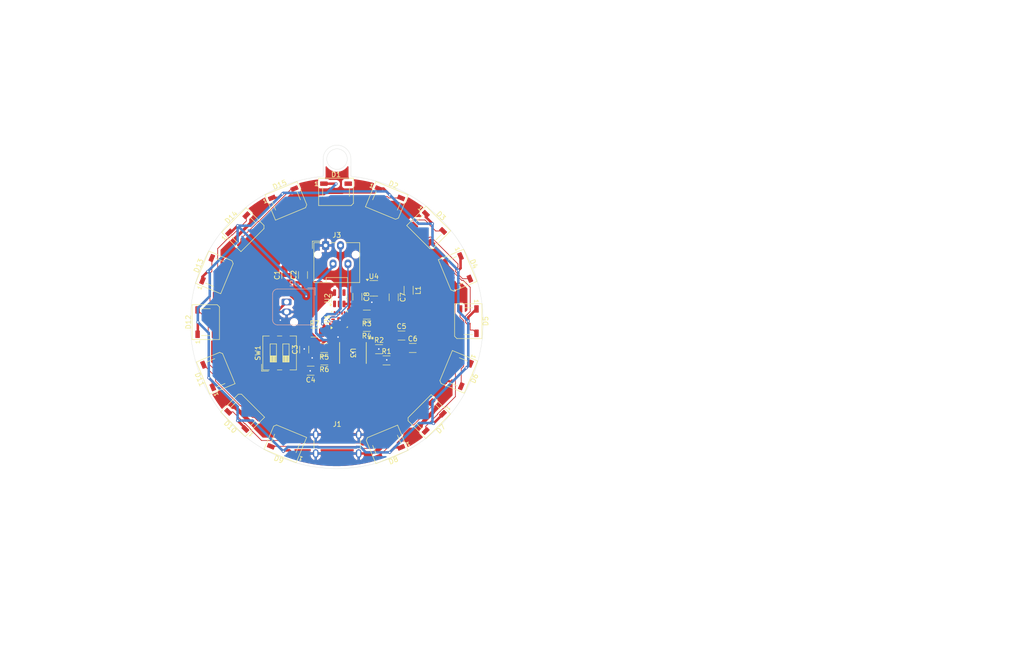
<source format=kicad_pcb>
(kicad_pcb (version 20241129) (generator "pcbnew") (generator_version "8.99")
  (layers (0 "F.Cu" signal) (2 "B.Cu" signal) (13 "F.Paste" user) (15 "B.Paste" user) (5 "F.SilkS" user "F.Silkscreen") (7 "B.SilkS" user "B.Silkscreen") (1 "F.Mask" user) (3 "B.Mask" user) (25 "Edge.Cuts" user))
  (net 0 "")
  (net 1 "PPBUS_GND_BAT")
  (net 2 "Net-(D1-DOUT)")
  (net 3 "/NP_CTL")
  (net 4 "+5V")
  (net 5 "Net-(D2-DOUT)")
  (net 6 "Net-(D3-DOUT)")
  (net 7 "Net-(D4-DOUT)")
  (net 8 "Net-(D5-DOUT)")
  (net 9 "Net-(D6-DOUT)")
  (net 10 "Net-(D7-DOUT)")
  (net 11 "Net-(D8-DOUT)")
  (net 12 "Net-(D10-DIN)")
  (net 13 "Net-(J1-CC1)")
  (net 14 "PPBUS_5V_USB")
  (net 15 "Net-(J1-CC2)")
  (net 22 "/NP_3v3_CTL")
  (net 26 "+3V3")
  (net 32 "PMIC_CHG")
  (net 33 "PPBUS_5V_BAT")
  (net 34 "Net-(U3-IMIN)")
  (net 35 "Net-(U3-IREF)")
  (net 37 "PMIC_PPR")
  (net 38 "MCU_CFG")
  (net 39 "/SWIM")
  (net 40 "/RST")
  (net 41 "/USART2")
  (net 42 "/USART1")
  (net 43 "Net-(D11-DOUT)")
  (net 44 "Net-(D12-DOUT)")
  (net 45 "Net-(D13-DOUT)")
  (net 47 "Net-(D10-DOUT)")
  (net 48 "Net-(D14-DOUT)")
  (net 49 "Net-(U4-SW)")
  (footprint "Resistor_SMD:R_1206_3216Metric" (layer "F.Cu") (at 89.25 90.5 180)
    (property "Reference" "R6")
    (property "Value" "R_Small")
  )
  (footprint "Capacitor_SMD:C_1206_3216Metric" (layer "F.Cu") (at 86.498217 92.567179 180)
    (property "Reference" "C4")
    (property "Value" "1uF")
  )
  (footprint "Button_Switch_SMD:SW_DIP_SPSTx02_Slide_6.7x6.64mm_W6.73mm_P2.54mm_LowProfile_JPin" (layer "F.Cu") (at 80.25 89 90)
    (property "Reference" "SW1")
    (property "Value" "SW_DIP_x02")
  )
  (footprint "LED_SMD:LED_WS2812B_PLCC4_5.0x5.0mm_P3.2mm" (layer "F.Cu") (at 116.2 92.8 -112.5)
    (property "Reference" "D6")
    (property "Value" "WS2812B")
  )
  (footprint "LED_SMD:LED_WS2812B_PLCC4_5.0x5.0mm_P3.2mm" (layer "F.Cu") (at 81.6 58.4 22.5)
    (property "Reference" "D15")
    (property "Value" "WS2812B")
  )
  (footprint "Capacitor_SMD:C_1206_3216Metric" (layer "F.Cu") (at 95.892422 77.694783 -90)
    (property "Reference" "C8")
    (property "Value" "4.7uF")
  )
  (footprint "Package_DFN_QFN:ST_UFQFPN-20_3x3mm_P0.5mm" (layer "F.Cu") (at 92.3 82.25 90)
    (property "Reference" "U1")
    (property "Value" "STM8L101F2U")
  )
  (footprint "Capacitor_SMD:C_1206_3216Metric" (layer "F.Cu") (at 84.950001 73.325001 90)
    (property "Reference" "C2")
    (property "Value" "0.1uF")
  )
  (footprint "Capacitor_SMD:C_1206_3216Metric" (layer "F.Cu") (at 81.6 73.325 90)
    (property "Reference" "C1")
    (property "Value" "1uF")
  )
  (footprint "Resistor_SMD:R_1206_3216Metric" (layer "F.Cu") (at 97.7875 83.75 180)
    (property "Reference" "R4")
    (property "Value" "R_Small")
  )
  (footprint "LED_SMD:LED_WS2812B_PLCC4_5.0x5.0mm_P3.2mm" (layer "F.Cu") (at 73 64.2 45)
    (property "Reference" "D14")
    (property "Value" "WS2812B")
  )
  (footprint "Resistor_SMD:R_1206_3216Metric" (layer "F.Cu") (at 100.25 88.25)
    (property "Reference" "R2")
    (property "Value" "5.1k")
  )
  (footprint "LED_SMD:LED_WS2812B_PLCC4_5.0x5.0mm_P3.2mm" (layer "F.Cu") (at 72.8 101.4 135)
    (property "Reference" "D10")
    (property "Value" "WS2812B")
  )
  (footprint "LED_SMD:LED_WS2812B_PLCC4_5.0x5.0mm_P3.2mm" (layer "F.Cu") (at 81.4 107.2 157.5)
    (property "Reference" "D9")
    (property "Value" "WS2812B")
  )
  (footprint "LED_SMD:LED_WS2812B_PLCC4_5.0x5.0mm_P3.2mm" (layer "F.Cu") (at 65.4 82.8 90)
    (property "Reference" "D12")
    (property "Value" "WS2812B")
  )
  (footprint "Capacitor_SMD:C_1206_3216Metric" (layer "F.Cu") (at 85.2 88.325 90)
    (property "Reference" "C3")
    (property "Value" "0.1uF")
  )
  (footprint "Inductor_SMD:L_1206_3216Metric" (layer "F.Cu") (at 106.2 76.4 -90)
    (property "Reference" "L1")
    (property "Value" "L_Small")
  )
  (footprint "LED_SMD:LED_WS2812B_PLCC4_5.0x5.0mm_P3.2mm" (layer "F.Cu") (at 110.2 101.8 -135)
    (property "Reference" "D7")
    (property "Value" "WS2812B")
  )
  (footprint "Capacitor_SMD:C_1206_3216Metric" (layer "F.Cu") (at 104.775 85.5)
    (property "Reference" "C5")
    (property "Value" "1uF")
  )
  (footprint "Resistor_SMD:R_1206_3216Metric" (layer "F.Cu") (at 89.2125 88 180)
    (property "Reference" "R5")
    (property "Value" "R_Small")
  )
  (footprint "LED_SMD:LED_WS2812B_PLCC4_5.0x5.0mm_P3.2mm" (layer "F.Cu") (at 110.234315 63.900862 -45)
    (property "Reference" "D3")
    (property "Value" "WS2812B")
  )
  (footprint "LED_SMD:LED_WS2812B_PLCC4_5.0x5.0mm_P3.2mm" (layer "F.Cu") (at 118.2 82.6 -90)
    (property "Reference" "D5")
    (property "Value" "WS2812B")
  )
  (footprint "Connector_JST:JST_ZE_S04B-ZESK-2D_1x04_P1.50mm_Horizontal" (layer "F.Cu") (at 89.5 67.375894)
    (property "Value" "J3")
    (property "Reference" "J3")
  )
  (footprint "Package_TO_SOT_SMD:SOT-23-5" (layer "F.Cu") (at 99.2 76)
    (property "Reference" "U4")
    (property "Value" "TPS62203DBVR")
  )
  (footprint "footprints:ESOP-8_TPK" (layer "F.Cu") (at 95 89 -90)
    (property "Reference" "U3")
    (property "Value" "TPB4056A20-ES1R")
  )
  (footprint "LED_SMD:LED_WS2812B_PLCC4_5.0x5.0mm_P3.2mm" (layer "F.Cu") (at 67.4 93 112.5)
    (property "Reference" "D11")
    (property "Value" "WS2812B")
  )
  (footprint "Capacitor_SMD:C_1206_3216Metric" (layer "F.Cu") (at 103.2 77.8 -90)
    (property "Reference" "C7")
    (property "Value" "10uF")
  )
  (footprint "Resistor_SMD:R_1206_3216Metric" (layer "F.Cu") (at 87.276663 84.89889)
    (property "Reference" "R7")
    (property "Value" "R_Small")
  )
  (footprint "LED_SMD:LED_WS2812B_PLCC4_5.0x5.0mm_P3.2mm" (layer "F.Cu") (at 67.2 72.8 67.5)
    (property "Reference" "D13")
    (property "Value" "WS2812B")
  )
  (footprint "LED_SMD:LED_WS2812B_PLCC4_5.0x5.0mm_P3.2mm" (layer "F.Cu") (at 116.061976 72.432077 -67.5)
    (property "Reference" "D4")
    (property "Value" "WS2812B")
  )
  (footprint "Resistor_SMD:R_1206_3216Metric" (layer "F.Cu") (at 101.75 90.5)
    (property "Reference" "R1")
    (property "Value" "5.1k")
  )
  (footprint "LED_SMD:LED_WS2812B_PLCC4_5.0x5.0mm_P3.2mm" (layer "F.Cu") (at 91.6 56.6)
    (property "Reference" "D1")
    (property "Value" "WS2812B")
  )
  (footprint "LED_SMD:LED_WS2812B_PLCC4_5.0x5.0mm_P3.2mm" (layer "F.Cu") (at 101.8 58.4 -22.5)
    (property "Reference" "D2")
    (property "Value" "WS2812B")
  )
  (footprint "Capacitor_SMD:C_1206_3216Metric" (layer "F.Cu") (at 107.025 88)
    (property "Reference" "C6")
    (property "Value" "0.1uF")
  )
  (footprint "Resistor_SMD:R_1206_3216Metric" (layer "F.Cu") (at 97.7875 81.29 180)
    (property "Reference" "R3")
    (property "Value" "R_Small")
  )
  (footprint "Package_TO_SOT_SMD:SOT-23-5" (layer "F.Cu") (at 92.25 78 90)
    (property "Reference" "U2")
    (property "Value" "SN74LV1T34DBV")
  )
  (footprint "Connector_USB:USB_C_Receptacle_GCT_USB4125-xx-x-0190_6P_TopMnt_Horizontal" (layer "F.Cu") (at 91.830013 108.427967)
    (property "Reference" "J1")
    (property "Value" "USB_C_Receptacle_PowerOnly_6P")
  )
  (footprint "LED_SMD:LED_WS2812B_PLCC4_5.0x5.0mm_P3.2mm" (layer "F.Cu") (at 101.8 107.4 -157.5)
    (property "Reference" "D8")
    (property "Value" "WS2812B")
  )
  (footprint "Connector_JST:JST_JWPF_B02B-JWPF-SK-R_1x02_P2.00mm_Vertical" (layer "B.Cu") (at 81.65 78.75 180)
    (property "Reference" "J2")
    (property "Value" "Conn_01x02_Socket")
  )
  (gr_arc (start 89 50) (mid 91.8 47.2) (end 94.6 50) (stroke (width 0.05)) (layer "Edge.Cuts"))
  (gr_line (start 94.612135 53.476212) (end 94.6 50) (stroke (width 0.05)) (layer "Edge.Cuts"))
  (gr_line (start 89 50) (end 88.999997 53.462698) (stroke (width 0.05)) (layer "Edge.Cuts"))
  (gr_circle (center 91.8 50) (end 92.8 51.8) (stroke (width 0.05)) (fill no) (layer "Edge.Cuts"))
  (gr_arc (start 94.612144 53.476212) (mid 91.664496 112.264469) (end 89 53.462698) (stroke (width 0.05)) (layer "Edge.Cuts"))
  (segment (start 87.7875 90.5) (end 87.3 90.5) (width 0.508) (layer "F.Cu") (net 1))
  (segment (start 85.023217 92.567179) (end 86.367179 92.567179) (width 0.508) (layer "F.Cu") (net 1))
  (segment (start 93.095 90.905) (end 95 89) (width 0.508) (layer "F.Cu") (net 1))
  (segment (start 86.367179 92.567179) (end 86.4 92.6) (width 0.508) (layer "F.Cu") (net 1))
  (segment (start 93.095 91.72415) (end 93.095 90.905) (width 0.508) (layer "F.Cu") (net 1))
  (segment (start 85.578948 88.2) (end 85.2 88.2) (width 0.508) (layer "F.Cu") (net 1))
  (segment (start 87.3 90.5) (end 86.8 90) (width 0.508) (layer "F.Cu") (net 1))
  (segment (start 86.8 90) (end 86.8 89.6) (width 0.508) (layer "F.Cu") (net 1))
  (segment (start 92.8 82.8) (end 92.4 82.4) (width 0.1524) (layer "F.Cu") (net 1))
  (segment (start 86.555 89.176052) (end 85.578948 88.2) (width 0.508) (layer "F.Cu") (net 1))
  (segment (start 92.8 83.55) (end 92.8 82.8) (width 0.1524) (layer "F.Cu") (net 1))
  (segment (start 85.2 86.85) (end 85.2 88.2) (width 0.508) (layer "F.Cu") (net 1))
  (segment (start 86.555 89.355) (end 86.555 89.176052) (width 0.508) (layer "F.Cu") (net 1))
  (segment (start 86.8 89.6) (end 86.555 89.355) (width 0.508) (layer "F.Cu") (net 1))
  (via (at 95 89) (size 0.6) (drill 0.3) (layers "F.Cu" "B.Cu") (net 1))
  (via (at 95 89) (size 0.6) (drill 0.3) (layers "F.Cu" "B.Cu") (net 1))
  (via (at 101.8 90.4) (size 0.6) (drill 0.3) (layers "F.Cu" "B.Cu") (net 1))
  (via (at 80.4 82.4) (size 0.6) (drill 0.3) (layers "F.Cu" "B.Cu") (net 1))
  (via (at 85.2 88.2) (size 0.6) (drill 0.3) (layers "F.Cu" "B.Cu") (net 1))
  (via (at 92.4 82.4) (size 0.6) (drill 0.3) (layers "F.Cu" "B.Cu") (net 1))
  (via (at 100.2 88.2) (size 0.6) (drill 0.3) (layers "F.Cu" "B.Cu") (net 1))
  (via (at 86.8 90) (size 0.6) (drill 0.3) (layers "F.Cu" "B.Cu") (net 1))
  (via (at 86.4 92.6) (size 0.6) (drill 0.3) (layers "F.Cu" "B.Cu") (net 1))
  (segment (start 102.196888 57.813173) (end 104.694933 57.813173) (width 0.1524) (layer "F.Cu") (net 2))
  (segment (start 89.15 58.25) (end 89.8 57.6) (width 0.1524) (layer "F.Cu") (net 2))
  (segment (start 93.235408 57.5228) (end 101.906515 57.5228) (width 0.1524) (layer "F.Cu") (net 2))
  (segment (start 89.8 57.6) (end 93.158208 57.6) (width 0.1524) (layer "F.Cu") (net 2))
  (segment (start 93.158208 57.6) (end 93.235408 57.5228) (width 0.1524) (layer "F.Cu") (net 2))
  (segment (start 101.906515 57.5228) (end 102.196888 57.813173) (width 0.1524) (layer "F.Cu") (net 2))
  (segment (start 79.365 85.635) (end 80.505 84.495) (width 0.508) (layer "F.Cu") (net 4))
  (segment (start 89.7 75.9) (end 90.98125 77.18125) (width 0.508) (layer "F.Cu") (net 4))
  (segment (start 84.950001 74.800001) (end 81.600001 74.800001) (width 0.508) (layer "F.Cu") (net 4))
  (segment (start 82.702649 83.88) (end 83.597351 83.88) (width 0.508) (layer "F.Cu") (net 4))
  (segment (start 113.099138 101.300862) (end 111.2 103.2) (width 0.508) (layer "F.Cu") (net 4))
  (segment (start 95.892422 76.219783) (end 94.872639 75.2) (width 0.508) (layer "F.Cu") (net 4))
  (segment (start 82.698948 77.645) (end 84.925 79.871052) (width 0.508) (layer "F.Cu") (net 4))
  (segment (start 81.600001 74.800001) (end 81.6 74.8) (width 0.508) (layer "F.Cu") (net 4))
  (segment (start 79.986827 57.813173) (end 80.8 57) (width 0.508) (layer "F.Cu") (net 4))
  (segment (start 64.738024 73.661976) (end 65.8 72.6) (width 0.508) (layer "F.Cu") (net 4))
  (segment (start 104.694933 107.986827) (end 103.413173 107.986827) (width 0.508) (layer "F.Cu") (net 4))
  (segment (start 95.892422 76.219783) (end 96.945 76.219783) (width 0.508) (layer "F.Cu") (net 4))
  (segment (start 118.661976 91.167923) (end 118.632077 91.167923) (width 0.508) (layer "F.Cu") (net 4))
  (segment (start 64.738024 74.432077) (end 64.738024 73.661976) (width 0.508) (layer "F.Cu") (net 4))
  (segment (start 96.945 76.404756) (end 97.295244 76.755) (width 0.508) (layer "F.Cu") (net 4))
  (segment (start 89.15 54.95) (end 91.55 54.95) (width 0.508) (layer "F.Cu") (net 4))
  (segment (start 97.490244 75.05) (end 98.0625 75.05) (width 0.508) (layer "F.Cu") (net 4))
  (segment (start 83.032077 109.661976) (end 83.032077 109.432077) (width 0.508) (layer "F.Cu") (net 4))
  (segment (start 73.365685 104.165685) (end 71.8 102.6) (width 0.508) (layer "F.Cu") (net 4))
  (segment (start 84.23 82.352649) (end 84.026176 82.148824) (width 0.508) (layer "F.Cu") (net 4))
  (segment (start 96.945 75.595244) (end 97.490244 75.05) (width 0.508) (layer "F.Cu") (net 4))
  (segment (start 94.872639 75.2) (end 90.4 75.2) (width 0.508) (layer "F.Cu") (net 4))
  (segment (start 63.75 85.25) (end 63.8 85.2) (width 0.508) (layer "F.Cu") (net 4))
  (segment (start 119.85 80.15) (end 118.2 81.8) (width 0.508) (layer "F.Cu") (net 4))
  (segment (start 109.66863 61.66863) (end 111 63) (width 0.508) (layer "F.Cu") (net 4))
  (segment (start 84.026176 82.148824) (end 84.925 81.25) (width 0.508) (layer "F.Cu") (net 4))
  (segment (start 116.648803 69.537144) (end 116.648803 71.951197) (width 0.508) (layer "F.Cu") (net 4))
  (segment (start 78.705067 57.813173) (end 79.986827 57.813173) (width 0.508) (layer "F.Cu") (net 4))
  (segment (start 90.4 75.2) (end 89.7 75.9) (width 0.508) (layer "F.Cu") (net 4))
  (segment (start 84.950001 75.750001) (end 84.950001 74.800001) (width 0.508) (layer "F.Cu") (net 4))
  (segment (start 89.8 77.6) (end 90.18125 77.98125) (width 0.508) (layer "F.Cu") (net 4))
  (segment (start 84.925 79.871052) (end 84.925 81.25) (width 0.508) (layer "F.Cu") (net 4))
  (segment (start 85.6 80.85) (end 86 81.25) (width 0.508) (layer "F.Cu") (net 4))
  (segment (start 84.925 81.25) (end 86 81.25) (width 0.508) (layer "F.Cu") (net 4))
  (segment (start 96.945 76.219783) (end 96.945 75.595244) (width 0.508) (layer "F.Cu") (net 4))
  (segment (start 80.505 84.1) (end 82.075 84.1) (width 0.508) (layer "F.Cu") (net 4))
  (segment (start 82.2 108.6) (end 81.2 108.6) (width 0.508) (layer "F.Cu") (net 4))
  (segment (start 66.813173 94.813173) (end 66 94) (width 0.508) (layer "F.Cu") (net 4))
  (segment (start 109.66863 61.001724) (end 109.66863 61.66863) (width 0.508) (layer "F.Cu") (net 4))
  (segment (start 84.23 83.247351) (end 84.23 82.352649) (width 0.508) (layer "F.Cu") (net 4))
  (segment (start 81.6 74.8) (end 81.6 76.6) (width 0.508) (layer "F.Cu") (net 4))
  (segment (start 82.498825 83.676175) (end 82.702649 83.88) (width 0.508) (layer "F.Cu") (net 4))
  (segment (start 81.2 108.6) (end 81 108.8) (width 0.508) (layer "F.Cu") (net 4))
  (segment (start 66.813173 95.894933) (end 66.813173 94.813173) (width 0.508) (layer "F.Cu") (net 4))
  (segment (start 91.1375 76.8625) (end 91.3 76.8625) (width 0.508) (layer "F.Cu") (net 4))
  (segment (start 81.6 76.6) (end 82.645 77.645) (width 0.508) (layer "F.Cu") (net 4))
  (segment (start 78.98 85.635) (end 79.365 85.635) (width 0.508) (layer "F.Cu") (net 4))
  (segment (start 118.632077 91.167923) (end 117.8 92) (width 0.508) (layer "F.Cu") (net 4))
  (segment (start 86.9125 81.25) (end 90.18125 77.98125) (width 0.508) (layer "F.Cu") (net 4))
  (segment (start 90.18125 77.98125) (end 90.98125 77.18125) (width 0.508) (layer "F.Cu") (net 4))
  (segment (start 73.365685 104.299138) (end 73.365685 104.165685) (width 0.508) (layer "F.Cu") (net 4))
  (segment (start 82.075 84.1) (end 82.498825 83.676175) (width 0.508) (layer "F.Cu") (net 4))
  (segment (start 70.100862 64.765685) (end 70.434315 64.765685) (width 0.508) (layer "F.Cu") (net 4))
  (segment (start 113.099138 101.234315) (end 113.099138 101.300862) (width 0.508) (layer "F.Cu") (net 4))
  (segment (start 70.434315 64.765685) (end 71.8 63.4) (width 0.508) (layer "F.Cu") (net 4))
  (segment (start 118.2 81.8) (end 118.2 82.6) (width 0.508) (layer "F.Cu") (net 4))
  (segment (start 96.945 76.219783) (end 96.945 76.404756) (width 0.508) (layer "F.Cu") (net 4))
  (segment (start 85.6 77.6) (end 89.8 77.6) (width 0.508) (layer "F.Cu") (net 4))
  (segment (start 90.98125 77.18125) (end 91.3 76.8625) (width 0.508) (layer "F.Cu") (net 4))
  (segment (start 100.167923 55.938024) (end 101.138024 55.938024) (width 0.508) (layer "F.Cu") (net 4))
  (segment (start 63.8 85.2) (end 63.8 82.8) (width 0.508) (layer "F.Cu") (net 4))
  (segment (start 97.295244 76.755) (end 97.8675 76.755) (width 0.508) (layer "F.Cu") (net 4))
  (segment (start 97.8675 76.755) (end 98.0625 76.95) (width 0.508) (layer "F.Cu") (net 4))
  (segment (start 86 81.25) (end 86.9125 81.25) (width 0.508) (layer "F.Cu") (net 4))
  (segment (start 84.950001 74.800001) (end 88.600001 74.800001) (width 0.508) (layer "F.Cu") (net 4))
  (segment (start 83.597351 83.88) (end 84.23 83.247351) (width 0.508) (layer "F.Cu") (net 4))
  (segment (start 85.6 77.6) (end 85.6 80.85) (width 0.508) (layer "F.Cu") (net 4))
  (segment (start 80.505 84.495) (end 80.505 84.1) (width 0.508) (layer "F.Cu") (net 4))
  (segment (start 101.138024 55.938024) (end 102.4 57.2) (width 0.508) (layer "F.Cu") (net 4))
  (segment (start 82.645 77.645) (end 82.698948 77.645) (width 0.508) (layer "F.Cu") (net 4))
  (segment (start 116.648803 71.951197) (end 116.2 72.4) (width 0.508) (layer "F.Cu") (net 4))
  (segment (start 88.600001 74.800001) (end 89.7 75.9) (width 0.508) (layer "F.Cu") (net 4))
  (segment (start 83.032077 109.432077) (end 82.2 108.6) (width 0.508) (layer "F.Cu") (net 4))
  (segment (start 91.55 54.95) (end 91.6 55) (width 0.508) (layer "F.Cu") (net 4))
  (segment (start 103.413173 107.986827) (end 102.4 109) (width 0.508) (layer "F.Cu") (net 4))
  (via (at 81 108.8) (size 0.6) (drill 0.3) (layers "F.Cu" "B.Cu") (net 4))
  (via (at 66 94) (size 0.6) (drill 0.3) (layers "F.Cu" "B.Cu") (net 4))
  (via (at 80.8 57) (size 0.6) (drill 0.3) (layers "F.Cu" "B.Cu") (net 4))
  (via (at 116.2 72.4) (size 0.6) (drill 0.3) (layers "F.Cu" "B.Cu") (net 4))
  (via (at 118.2 82.6) (size 0.6) (drill 0.3) (layers "F.Cu" "B.Cu") (net 4))
  (via (at 117.8 92) (size 0.6) (drill 0.3) (layers "F.Cu" "B.Cu") (net 4))
  (via (at 65.8 72.6) (size 0.6) (drill 0.3) (layers "F.Cu" "B.Cu") (net 4))
  (via (at 102.4 109) (size 0.6) (drill 0.3) (layers "F.Cu" "B.Cu") (net 4))
  (via (at 85.6 77.6) (size 0.6) (drill 0.3) (layers "F.Cu" "B.Cu") (net 4))
  (via (at 71.8 63.4) (size 0.6) (drill 0.3) (layers "F.Cu" "B.Cu") (net 4))
  (via (at 91.6 55) (size 0.6) (drill 0.3) (layers "F.Cu" "B.Cu") (net 4))
  (via (at 111 63) (size 0.6) (drill 0.3) (layers "F.Cu" "B.Cu") (net 4))
  (via (at 111.2 103.2) (size 0.6) (drill 0.3) (layers "F.Cu" "B.Cu") (net 4))
  (via (at 63.8 82.8) (size 0.6) (drill 0.3) (layers "F.Cu" "B.Cu") (net 4))
  (via (at 102.4 57.2) (size 0.6) (drill 0.3) (layers "F.Cu" "B.Cu") (net 4))
  (via (at 71.8 102.6) (size 0.6) (drill 0.3) (layers "F.Cu" "B.Cu") (net 4))
  (segment (start 87.926298 107.922967) (end 81.877033 107.922967) (width 0.508) (layer "B.Cu") (net 4))
  (segment (start 111.1 103.1) (end 108.3 103.1) (width 0.508) (layer "B.Cu") (net 4))
  (segment (start 90.1 56.5) (end 101.7 56.5) (width 0.508) (layer "B.Cu") (net 4))
  (segment (start 66 85) (end 63.8 82.8) (width 0.508) (layer "B.Cu") (net 4))
  (segment (start 81.877033 107.922967) (end 81 108.8) (width 0.508) (layer "B.Cu") (net 4))
  (segment (start 85.6 77.2) (end 85.6 77.6) (width 0.508) (layer "B.Cu") (net 4))
  (segment (start 63.8 82.8) (end 63.8 80) (width 0.508) (layer "B.Cu") (net 4))
  (segment (start 111 103) (end 111.2 103.2) (width 0.508) (layer "B.Cu") (net 4))
  (segment (start 71.8 63.4) (end 74.4 63.4) (width 0.508) (layer "B.Cu") (net 4))
  (segment (start 71.8 66.6) (end 71.8 63.4) (width 0.508) (layer "B.Cu") (net 4))
  (segment (start 97.155013 108.555013) (end 97.155013 108.511682) (width 0.508) (layer "B.Cu") (net 4))
  (segment (start 81 108.8) (end 74.8 102.6) (width 0.508) (layer "B.Cu") (net 4))
  (segment (start 80.8 57) (end 81 56.8) (width 0.508) (layer "B.Cu") (net 4))
  (segment (start 108.2 63) (end 111 63) (width 0.508) (layer "B.Cu") (net 4))
  (segment (start 95.733728 107.922967) (end 95.656695 108) (width 0.508) (layer "B.Cu") (net 4))
  (segment (start 101.7 56.5) (end 102.4 57.2) (width 0.508) (layer "B.Cu") (net 4))
  (segment (start 89.8 56.8) (end 90.1 56.5) (width 0.508) (layer "B.Cu") (net 4))
  (segment (start 97.6 109) (end 97.155013 108.555013) (width 0.508) (layer "B.Cu") (net 4))
  (segment (start 116.2 72.4) (end 116.2 80.6) (width 0.508) (layer "B.Cu") (net 4))
  (segment (start 102.4 57.2) (end 108.2 63) (width 0.508) (layer "B.Cu") (net 4))
  (segment (start 95.656695 108) (end 88.003331 108) (width 0.508) (layer "B.Cu") (net 4))
  (segment (start 71.8 63.4) (end 85.6 77.2) (width 0.508) (layer "B.Cu") (net 4))
  (segment (start 102.4 109) (end 97.6 109) (width 0.508) (layer "B.Cu") (net 4))
  (segment (start 90.1 56.5) (end 91.6 55) (width 0.508) (layer "B.Cu") (net 4))
  (segment (start 96.566298 107.922967) (end 95.733728 107.922967) (width 0.508) (layer "B.Cu") (net 4))
  (segment (start 117.8 92) (end 111 98.8) (width 0.508) (layer "B.Cu") (net 4))
  (segment (start 63.8 80) (end 66.2 77.6) (width 0.508) (layer "B.Cu") (net 4))
  (segment (start 118.2 91.6) (end 117.8 92) (width 0.508) (layer "B.Cu") (net 4))
  (segment (start 74.4 63.4) (end 80.8 57) (width 0.508) (layer "B.Cu") (net 4))
  (segment (start 97.155013 108.511682) (end 96.566298 107.922967) (width 0.508) (layer "B.Cu") (net 4))
  (segment (start 116.2 80.6) (end 118.2 82.6) (width 0.508) (layer "B.Cu") (net 4))
  (segment (start 111 63) (end 111 67.2) (width 0.508) (layer "B.Cu") (net 4))
  (segment (start 65.8 72.6) (end 71.8 66.6) (width 0.508) (layer "B.Cu") (net 4))
  (segment (start 111 67.2) (end 116.2 72.4) (width 0.508) (layer "B.Cu") (net 4))
  (segment (start 66.2 73) (end 65.8 72.6) (width 0.508) (layer "B.Cu") (net 4))
  (segment (start 71.8 99.8) (end 66 94) (width 0.508) (layer "B.Cu") (net 4))
  (segment (start 74.8 102.6) (end 71.8 102.6) (width 0.508) (layer "B.Cu") (net 4))
  (segment (start 66.2 77.6) (end 66.2 73) (width 0.508) (layer "B.Cu") (net 4))
  (segment (start 108.3 103.1) (end 102.4 109) (width 0.508) (layer "B.Cu") (net 4))
  (segment (start 111 98.8) (end 111 103) (width 0.508) (layer "B.Cu") (net 4))
  (segment (start 81 56.8) (end 89.8 56.8) (width 0.508) (layer "B.Cu") (net 4))
  (segment (start 66 94) (end 66 85) (width 0.508) (layer "B.Cu") (net 4))
  (segment (start 111.2 103.2) (end 111.1 103.1) (width 0.508) (layer "B.Cu") (net 4))
  (segment (start 71.8 102.6) (end 71.8 99.8) (width 0.508) (layer "B.Cu") (net 4))
  (segment (start 88.003331 108) (end 87.926298 107.922967) (width 0.508) (layer "B.Cu") (net 4))
  (segment (start 118.2 82.6) (end 118.2 91.6) (width 0.508) (layer "B.Cu") (net 4))
  (segment (start 106.972707 62.244965) (end 109.493735 62.244965) (width 0.1524) (layer "F.Cu") (net 5))
  (segment (start 102.71824 62.8) (end 106.417672 62.8) (width 0.1524) (layer "F.Cu") (net 5))
  (segment (start 110.4228 63.239085) (end 111.650262 64.466547) (width 0.1524) (layer "F.Cu") (net 5))
  (segment (start 111.650262 64.466547) (end 113.133453 64.466547) (width 0.1524) (layer "F.Cu") (net 5))
  (segment (start 98.905067 58.986827) (end 102.71824 62.8) (width 0.1524) (layer "F.Cu") (net 5))
  (segment (start 110.4228 63.17403) (end 110.4228 63.239085) (width 0.1524) (layer "F.Cu") (net 5))
  (segment (start 109.493735 62.244965) (end 110.4228 63.17403) (width 0.1524) (layer "F.Cu") (net 5))
  (segment (start 106.417672 62.8) (end 106.972707 62.244965) (width 0.1524) (layer "F.Cu") (net 5))
  (segment (start 116.117603 71.089187) (end 116.117603 71.731167) (width 0.1524) (layer "F.Cu") (net 6))
  (segment (start 116.02597 71.8228) (end 115.960915 71.8228) (width 0.1524) (layer "F.Cu") (net 6))
  (segment (start 115.960915 71.8228) (end 115.6228 72.160915) (width 0.1524) (layer "F.Cu") (net 6))
  (segment (start 116.117603 71.731167) (end 116.02597 71.8228) (width 0.1524) (layer "F.Cu") (net 6))
  (segment (start 110.43753 65.709788) (end 110.738204 65.709788) (width 0.1524) (layer "F.Cu") (net 6))
  (segment (start 117.047869 74.064154) (end 118.523952 74.064154) (width 0.1524) (layer "F.Cu") (net 6))
  (segment (start 115.6228 72.160915) (end 115.6228 72.639085) (width 0.1524) (layer "F.Cu") (net 6))
  (segment (start 115.6228 72.639085) (end 117.047869 74.064154) (width 0.1524) (layer "F.Cu") (net 6))
  (segment (start 110.738204 65.709788) (end 116.117603 71.089187) (width 0.1524) (layer "F.Cu") (net 6))
  (segment (start 110.347318 65.8) (end 110.43753 65.709788) (width 0.1524) (layer "F.Cu") (net 6))
  (segment (start 109.8 65.8) (end 110.347318 65.8) (width 0.1524) (layer "F.Cu") (net 6))
  (segment (start 107.335177 63.335177) (end 109.8 65.8) (width 0.1524) (layer "F.Cu") (net 6))
  (segment (start 117.97997 81.2688) (end 117.6688 81.57997) (width 0.1524) (layer "F.Cu") (net 7))
  (segment (start 117.217554 74.417554) (end 118.6 75.8) (width 0.1524) (layer "F.Cu") (net 7))
  (segment (start 118.439085 83.1772) (end 118.6 83.016285) (width 0.1524) (layer "F.Cu") (net 7))
  (segment (start 116.901485 74.417554) (end 117.217554 74.417554) (width 0.1524) (layer "F.Cu") (net 7))
  (segment (start 117.6228 82.839085) (end 117.960915 83.1772) (width 0.1524) (layer "F.Cu") (net 7))
  (segment (start 115.2694 72.785469) (end 116.694469 74.210537) (width 0.1524) (layer "F.Cu") (net 7))
  (segment (start 117.6688 82.314915) (end 117.6228 82.360915) (width 0.1524) (layer "F.Cu") (net 7))
  (segment (start 117.6688 81.57997) (end 117.6688 82.02003) (width 0.1524) (layer "F.Cu") (net 7))
  (segment (start 115.2694 72.4694) (end 115.2694 72.785469) (width 0.1524) (layer "F.Cu") (net 7))
  (segment (start 113.6 70.8) (end 115.2694 72.4694) (width 0.1524) (layer "F.Cu") (net 7))
  (segment (start 116.694469 74.210537) (end 116.901485 74.417554) (width 0.1524) (layer "F.Cu") (net 7))
  (segment (start 118.6 80.64877) (end 117.97997 81.2688) (width 0.1524) (layer "F.Cu") (net 7))
  (segment (start 117.6228 82.360915) (end 117.6228 82.839085) (width 0.1524) (layer "F.Cu") (net 7))
  (segment (start 117.6688 82.02003) (end 117.6688 82.314915) (width 0.1524) (layer "F.Cu") (net 7))
  (segment (start 118.6 84.4) (end 119.2 84.4) (width 0.1524) (layer "F.Cu") (net 7))
  (segment (start 118.6 83.016285) (end 118.6 84.4) (width 0.1524) (layer "F.Cu") (net 7))
  (segment (start 119.2 84.4) (end 119.85 85.05) (width 0.1524) (layer "F.Cu") (net 7))
  (segment (start 118.6 75.8) (end 118.6 80.64877) (width 0.1524) (layer "F.Cu") (net 7))
  (segment (start 117.960915 83.1772) (end 118.439085 83.1772) (width 0.1524) (layer "F.Cu") (net 7))
  (segment (start 117.2694 84.227608) (end 117.2772 84.235408) (width 0.1524) (layer "F.Cu") (net 8))
  (segment (start 116.55 81.75) (end 117.2694 82.4694) (width 0.1524) (layer "F.Cu") (net 8))
  (segment (start 117.2694 82.4694) (end 117.2694 84.227608) (width 0.1524) (layer "F.Cu") (net 8))
  (segment (start 116.55 80.15) (end 116.55 81.75) (width 0.1524) (layer "F.Cu") (net 8))
  (segment (start 117.2772 91.706515) (end 116.786827 92.196888) (width 0.1524) (layer "F.Cu") (net 8))
  (segment (start 116.786827 92.196888) (end 116.786827 95.694933) (width 0.1524) (layer "F.Cu") (net 8))
  (segment (start 117.2772 84.235408) (end 117.2772 91.706515) (width 0.1524) (layer "F.Cu") (net 8))
  (segment (start 113.160934 100.144103) (end 112.008926 101.296111) (width 0.1524) (layer "F.Cu") (net 9))
  (segment (start 112.008926 101.391074) (end 109.634315 103.765685) (width 0.1524) (layer "F.Cu") (net 9))
  (segment (start 109.634315 103.765685) (end 109.634315 104.699138) (width 0.1524) (layer "F.Cu") (net 9))
  (segment (start 115.613173 97.786827) (end 113.255897 100.144103) (width 0.1524) (layer "F.Cu") (net 9))
  (segment (start 113.255897 100.144103) (end 113.160934 100.144103) (width 0.1524) (layer "F.Cu") (net 9))
  (segment (start 115.613173 89.905067) (end 115.613173 97.786827) (width 0.1524) (layer "F.Cu") (net 9))
  (segment (start 112.008926 101.296111) (end 112.008926 101.391074) (width 0.1524) (layer "F.Cu") (net 9))
  (segment (start 104.548566 105.481333) (end 100.167923 109.861976) (width 0.1524) (layer "F.Cu") (net 10))
  (segment (start 107.239066 103.455897) (end 106.144103 103.455897) (width 0.1524) (layer "F.Cu") (net 10))
  (segment (start 110.765685 98.900862) (end 110.765685 99.834315) (width 0.1524) (layer "F.Cu") (net 10))
  (segment (start 108.391074 102.303889) (end 107.239066 103.455897) (width 0.1524) (layer "F.Cu") (net 10))
  (segment (start 108.391074 102.208926) (end 108.391074 102.303889) (width 0.1524) (layer "F.Cu") (net 10))
  (segment (start 110.765685 99.834315) (end 108.391074 102.208926) (width 0.1524) (layer "F.Cu") (net 10))
  (segment (start 104.548566 105.051434) (end 104.548566 105.481333) (width 0.1524) (layer "F.Cu") (net 10))
  (segment (start 106.144103 103.455897) (end 104.548566 105.051434) (width 0.1524) (layer "F.Cu") (net 10))
  (segment (start 96.591883 108.2) (end 96.17871 107.786827) (width 0.1524) (layer "F.Cu") (net 11))
  (segment (start 100.021556 107.04603) (end 98.867586 108.2) (width 0.1524) (layer "F.Cu") (net 11))
  (segment (start 98.867586 108.2) (end 96.591883 108.2) (width 0.1524) (layer "F.Cu") (net 11))
  (segment (start 96.17871 107.786827) (end 78.505067 107.786827) (width 0.1524) (layer "F.Cu") (net 11))
  (segment (start 103.432077 104.938024) (end 102.061976 104.938024) (width 0.1524) (layer "F.Cu") (net 11))
  (segment (start 102.061976 104.938024) (end 100.021556 106.978444) (width 0.1524) (layer "F.Cu") (net 11))
  (segment (start 100.021556 106.978444) (end 100.021556 107.04603) (width 0.1524) (layer "F.Cu") (net 11))
  (segment (start 72.3772 102.360915) (end 70.8506 100.834315) (width 0.1524) (layer "F.Cu") (net 12))
  (segment (start 84.294933 106.613173) (end 76.613173 106.613173) (width 0.1524) (layer "F.Cu") (net 12))
  (segment (start 73.208926 103.208926) (end 72.3772 102.3772) (width 0.1524) (layer "F.Cu") (net 12))
  (segment (start 72.3772 102.3772) (end 72.3772 102.360915) (width 0.1524) (layer "F.Cu") (net 12))
  (segment (start 73.303889 103.208926) (end 73.208926 103.208926) (width 0.1524) (layer "F.Cu") (net 12))
  (segment (start 70.8506 100.834315) (end 69.900862 100.834315) (width 0.1524) (layer "F.Cu") (net 12))
  (segment (start 74.455897 104.455897) (end 74.455897 104.360934) (width 0.1524) (layer "F.Cu") (net 12))
  (segment (start 74.455897 104.360934) (end 73.303889 103.208926) (width 0.1524) (layer "F.Cu") (net 12))
  (segment (start 76.613173 106.613173) (end 74.455897 104.455897) (width 0.1524) (layer "F.Cu") (net 12))
  (segment (start 97.0375 100.1625) (end 93.8 103.4) (width 0.1524) (layer "F.Cu") (net 13))
  (segment (start 97.4616 90.7167) (end 97.4616 92.7316) (width 0.1524) (layer "F.Cu") (net 13))
  (segment (start 91.962855 104.470767) (end 91.702813 104.730809) (width 0.1524) (layer "F.Cu") (net 13))
  (segment (start 98.7875 88.25) (end 97.2684 89.7691) (width 0.1524) (layer "F.Cu") (net 13))
  (segment (start 97.0375 92.9625) (end 97.0375 100.1625) (width 0.1524) (layer "F.Cu") (net 13))
  (segment (start 91.702813 104.975167) (end 91.330013 105.347967) (width 0.1524) (layer "F.Cu") (net 13))
  (segment (start 93.27798 103.4) (end 92.207213 104.470767) (width 0.1524) (layer "F.Cu") (net 13))
  (segment (start 97.2684 89.7691) (end 97.2684 90.7167) (width 0.1524) (layer "F.Cu") (net 13))
  (segment (start 93.8 103.4) (end 93.27798 103.4) (width 0.1524) (layer "F.Cu") (net 13))
  (segment (start 97.2684 90.7167) (end 97.4616 90.7167) (width 0.1524) (layer "F.Cu") (net 13))
  (segment (start 92.207213 104.470767) (end 91.962855 104.470767) (width 0.1524) (layer "F.Cu") (net 13))
  (segment (start 91.702813 104.730809) (end 91.702813 104.975167) (width 0.1524) (layer "F.Cu") (net 13))
  (segment (start 97.2684 92.7316) (end 97.0375 92.9625) (width 0.1524) (layer "F.Cu") (net 13))
  (segment (start 97.4616 92.7316) (end 97.2684 92.7316) (width 0.1524) (layer "F.Cu") (net 13))
  (segment (start 90.525013 105.562967) (end 90.310013 105.347967) (width 0.508) (layer "F.Cu") (net 14))
  (segment (start 104 88.75) (end 103.75 88.5) (width 0.508) (layer "F.Cu") (net 14))
  (segment (start 103.25 86.673026) (end 103.473026 86.673026) (width 0.508) (layer "F.Cu") (net 14))
  (segment (start 103.3 85.5) (end 103.3 85.75) (width 0.508) (layer "F.Cu") (net 14))
  (segment (start 103.473026 86.673026) (end 104.775 87.975) (width 0.508) (layer "F.Cu") (net 14))
  (segment (start 91.770817 106.402967) (end 90.889209 106.402967) (width 0.508) (layer "F.Cu") (net 14))
  (segment (start 105.525 87.975) (end 104.775 87.975) (width 0.508) (layer "F.Cu") (net 14))
  (segment (start 103.75 88.5) (end 103.625 88.375) (width 0.508) (layer "F.Cu") (net 14))
  (segment (start 93.725013 104.671115) (end 94.103161 104.292967) (width 0.508) (layer "F.Cu") (net 14))
  (segment (start 104.775 87.975) (end 104 88.75) (width 0.508) (layer "F.Cu") (net 14))
  (segment (start 93.350013 105.347967) (end 93.350013 105.507967) (width 0.508) (layer "F.Cu") (net 14))
  (segment (start 102.73 87.326052) (end 101.951974 86.548026) (width 0.508) (layer "F.Cu") (net 14))
  (segment (start 103 85.5) (end 101.951974 86.548026) (width 0.508) (layer "F.Cu") (net 14))
  (segment (start 104.23 91.423948) (end 104.23 88.98) (width 0.508) (layer "F.Cu") (net 14))
  (segment (start 94.378047 104.292967) (end 97.9221 100.748914) (width 0.508) (layer "F.Cu") (net 14))
  (segment (start 99.25 86.02585) (end 99 86.27585) (width 0.508) (layer "F.Cu") (net 14))
  (segment (start 101.951974 86.548026) (end 102.076974 86.673026) (width 0.508) (layer "F.Cu") (net 14))
  (segment (start 99 86.27585) (end 96.905 86.27585) (width 0.508) (layer "F.Cu") (net 14))
  (segment (start 103.82 91.83) (end 103.823948 91.83) (width 0.508) (layer "F.Cu") (net 14))
  (segment (start 90.525013 106.038771) (end 90.525013 105.562967) (width 0.508) (layer "F.Cu") (net 14))
  (segment (start 93.452033 105.347967) (end 93.725013 105.074987) (width 0.508) (layer "F.Cu") (net 14))
  (segment (start 97.9221 100.748914) (end 97.9221 95.0779) (width 0.508) (layer "F.Cu") (net 14))
  (segment (start 103.65 92) (end 103.82 91.83) (width 0.508) (layer "F.Cu") (net 14))
  (segment (start 99.25 81.29) (end 99.25 83.75) (width 0.508) (layer "F.Cu") (net 14))
  (segment (start 102.73 87.48) (end 102.73 87.326052) (width 0.508) (layer "F.Cu") (net 14))
  (segment (start 101.679798 86.27585) (end 99 86.27585) (width 0.508) (layer "F.Cu") (net 14))
  (segment (start 103.75 88.5) (end 102.73 87.48) (width 0.508) (layer "F.Cu") (net 14))
  (segment (start 103.625 87.048026) (end 103.25 86.673026) (width 0.508) (layer "F.Cu") (net 14))
  (segment (start 93.135013 105.722967) (end 93.135013 106.038771) (width 0.508) (layer "F.Cu") (net 14))
  (segment (start 91.889209 106.402967) (end 91.830013 106.343771) (width 0.508) (layer "F.Cu") (net 14))
  (segment (start 99.25 83.75) (end 99.25 86.02585) (width 0.508) (layer "F.Cu") (net 14))
  (segment (start 93.350013 105.347967) (end 93.452033 105.347967) (width 0.508) (layer "F.Cu") (net 14))
  (segment (start 94.103161 104.292967) (end 94.378047 104.292967) (width 0.508) (layer "F.Cu") (net 14))
  (segment (start 93.135013 106.038771) (end 92.770817 106.402967) (width 0.508) (layer "F.Cu") (net 14))
  (segment (start 97.9221 95.0779) (end 101 92) (width 0.508) (layer "F.Cu") (net 14))
  (segment (start 101.951974 86.548026) (end 101.679798 86.27585) (width 0.508) (layer "F.Cu") (net 14))
  (segment (start 105.55 88) (end 105.525 87.975) (width 0.508) (layer "F.Cu") (net 14))
  (segment (start 91.830013 106.343771) (end 91.770817 106.402967) (width 0.508) (layer "F.Cu") (net 14))
  (segment (start 103.3 85.75) (end 105.55 88) (width 0.508) (layer "F.Cu") (net 14))
  (segment (start 103.823948 91.83) (end 104.23 91.423948) (width 0.508) (layer "F.Cu") (net 14))
  (segment (start 101 92) (end 103.65 92) (width 0.508) (layer "F.Cu") (net 14))
  (segment (start 90.889209 106.402967) (end 90.525013 106.038771) (width 0.508) (layer "F.Cu") (net 14))
  (segment (start 103.625 88.375) (end 103.625 87.048026) (width 0.508) (layer "F.Cu") (net 14))
  (segment (start 92.770817 106.402967) (end 91.889209 106.402967) (width 0.508) (layer "F.Cu") (net 14))
  (segment (start 102.076974 86.673026) (end 103.25 86.673026) (width 0.508) (layer "F.Cu") (net 14))
  (segment (start 93.725013 105.074987) (end 93.725013 104.671115) (width 0.508) (layer "F.Cu") (net 14))
  (segment (start 104.23 88.98) (end 104 88.75) (width 0.508) (layer "F.Cu") (net 14))
  (segment (start 103.3 85.5) (end 103 85.5) (width 0.508) (layer "F.Cu") (net 14))
  (segment (start 93.350013 105.507967) (end 93.135013 105.722967) (width 0.508) (layer "F.Cu") (net 14))
  (segment (start 93.407213 103.8) (end 92.961227 104.245986) (width 0.1524) (layer "F.Cu") (net 15))
  (segment (start 97.815 91.585) (end 97.815 92.877983) (width 0.1524) (layer "F.Cu") (net 15))
  (segment (start 97.607983 93.085) (end 97.414784 93.085) (width 0.1524) (layer "F.Cu") (net 15))
  (segment (start 92.692813 104.985167) (end 92.330013 105.347967) (width 0.1524) (layer "F.Cu") (net 15))
  (segment (start 98.9 90.5) (end 97.815 91.585) (width 0.1524) (layer "F.Cu") (net 15))
  (segment (start 92.961227 104.470767) (end 92.692813 104.739181) (width 0.1524) (layer "F.Cu") (net 15))
  (segment (start 92.961227 104.245986) (end 92.961227 104.470767) (width 0.1524) (layer "F.Cu") (net 15))
  (segment (start 97.3909 93.108884) (end 97.3909 100.308884) (width 0.1524) (layer "F.Cu") (net 15))
  (segment (start 93.899784 103.8) (end 93.407213 103.8) (width 0.1524) (layer "F.Cu") (net 15))
  (segment (start 97.3909 100.308884) (end 93.899784 103.8) (width 0.1524) (layer "F.Cu") (net 15))
  (segment (start 100.2875 90.5) (end 98.9 90.5) (width 0.1524) (layer "F.Cu") (net 15))
  (segment (start 92.692813 104.739181) (end 92.692813 104.985167) (width 0.1524) (layer "F.Cu") (net 15))
  (segment (start 97.414784 93.085) (end 97.3909 93.108884) (width 0.1524) (layer "F.Cu") (net 15))
  (segment (start 97.815 92.877983) (end 97.607983 93.085) (width 0.1524) (layer "F.Cu") (net 15))
  (segment (start 92.25 80.9) (end 92.3 80.95) (width 0.1524) (layer "F.Cu") (net 22))
  (segment (start 92.25 79.1375) (end 92.25 80.9) (width 0.1524) (layer "F.Cu") (net 22))
  (segment (start 87.973217 92.567179) (end 87.973217 92.375717) (width 0.508) (layer "F.Cu") (net 26))
  (segment (start 89.5 86.5) (end 90.9 86.5) (width 0.508) (layer "F.Cu") (net 26))
  (segment (start 91.4 86.4) (end 91 86.4) (width 0.508) (layer "F.Cu") (net 26))
  (segment (start 91.5 86.5) (end 88.1 86.5) (width 0.508) (layer "F.Cu") (net 26))
  (segment (start 92 85.8) (end 91.4 86.4) (width 0.508) (layer "F.Cu") (net 26))
  (segment (start 87.973217 92.026783) (end 88.17 91.83) (width 0.508) (layer "F.Cu") (net 26))
  (segment (start 89.2 88.2) (end 88.8 87.8) (width 0.508) (layer "F.Cu") (net 26))
  (segment (start 89.2 91.8) (end 88.6 92.4) (width 0.1524) (layer "F.Cu") (net 26))
  (segment (start 86.9478 91.3503) (end 86.9478 91.1478) (width 0.1524) (layer "F.Cu") (net 26))
  (segment (start 92 85.8) (end 92 86) (width 0.508) (layer "F.Cu") (net 26))
  (segment (start 87.973217 92.375717) (end 87.4275 91.83) (width 0.508) (layer "F.Cu") (net 26))
  (segment (start 93.2272 84.569) (end 93.2272 83.7728) (width 0.1524) (layer "F.Cu") (net 26))
  (segment (start 89.2 91.028948) (end 89.2 90) (width 0.508) (layer "F.Cu") (net 26))
  (segment (start 89.2 90) (end 89.2 88.2) (width 0.508) (layer "F.Cu") (net 26))
  (segment (start 100.3375 76.95) (end 100.3375 77.2625) (width 0.508) (layer "F.Cu") (net 26))
  (segment (start 88.17 91.83) (end 88.398948 91.83) (width 0.508) (layer "F.Cu") (net 26))
  (segment (start 87.4522 91.6522) (end 87.2497 91.6522) (width 0.1524) (layer "F.Cu") (net 26))
  (segment (start 92 86) (end 91.5 86.5) (width 0.508) (layer "F.Cu") (net 26))
  (segment (start 91.231 84.569) (end 93.405 84.569) (width 0.508) (layer "F.Cu") (net 26))
  (segment (start 103.2 76.325) (end 100.9625 76.325) (width 0.508) (layer "F.Cu") (net 26))
  (segment (start 100.3375 77.2625) (end 98.8 78.8) (width 0.508) (layer "F.Cu") (net 26))
  (segment (start 93.2272 83.7728) (end 93.275 83.725) (width 0.1524) (layer "F.Cu") (net 26))
  (segment (start 88.398948 91.83) (end 89.2 91.028948) (width 0.508) (layer "F.Cu") (net 26))
  (segment (start 84.085 89.8) (end 81.52 92.365) (width 0.508) (layer "F.Cu") (net 26))
  (segment (start 86.49889 84.89889) (end 85.814163 84.89889) (width 0.508) (layer "F.Cu") (net 26))
  (segment (start 88.1 86.5) (end 86.49889 84.89889) (width 0.508) (layer "F.Cu") (net 26))
  (segment (start 93.405 84.569) (end 93.405 83.85554) (width 0.508) (layer "F.Cu") (net 26))
  (segment (start 100.9625 76.325) (end 100.3375 76.95) (width 0.508) (layer "F.Cu") (net 26))
  (segment (start 85.2 89.853948) (end 85.2 89.8) (width 0.508) (layer "F.Cu") (net 26))
  (segment (start 87.176052 91.83) (end 85.2 89.853948) (width 0.508) (layer "F.Cu") (net 26))
  (segment (start 85.2 89.8) (end 84.085 89.8) (width 0.508) (layer "F.Cu") (net 26))
  (segment (start 104.55 76.325) (end 106.2 77.975) (width 0.508) (layer "F.Cu") (net 26))
  (segment (start 91 86.4) (end 91 84.8) (width 0.508) (layer "F.Cu") (net 26))
  (segment (start 90.9 86.5) (end 91 86.4) (width 0.508) (layer "F.Cu") (net 26))
  (segment (start 85.8 90) (end 83.885 90) (width 0.1524) (layer "F.Cu") (net 26))
  (segment (start 88.2 92.4) (end 87.4522 91.6522) (width 0.1524) (layer "F.Cu") (net 26))
  (segment (start 103.2 76.325) (end 104.55 76.325) (width 0.508) (layer "F.Cu") (net 26))
  (segment (start 88.8 87.2) (end 89.5 86.5) (width 0.508) (layer "F.Cu") (net 26))
  (segment (start 91 84.8) (end 91.231 84.569) (width 0.508) (layer "F.Cu") (net 26))
  (segment (start 93.275 83.725) (end 93.3 83.725) (width 0.1524) (layer "F.Cu") (net 26))
  (segment (start 86.9478 91.1478) (end 85.8 90) (width 0.1524) (layer "F.Cu") (net 26))
  (segment (start 88.6 92.4) (end 88.2 92.4) (width 0.1524) (layer "F.Cu") (net 26))
  (segment (start 83.885 90) (end 81.52 92.365) (width 0.1524) (layer "F.Cu") (net 26))
  (segment (start 87.973217 92.567179) (end 87.973217 92.026783) (width 0.508) (layer "F.Cu") (net 26))
  (segment (start 87.2497 91.6522) (end 86.9478 91.3503) (width 0.1524) (layer "F.Cu") (net 26))
  (segment (start 91.231 84.569) (end 93.2272 84.569) (width 0.1524) (layer "F.Cu") (net 26))
  (segment (start 87.4275 91.83) (end 87.176052 91.83) (width 0.508) (layer "F.Cu") (net 26))
  (segment (start 89.2 90) (end 89.2 91.8) (width 0.1524) (layer "F.Cu") (net 26))
  (segment (start 88.8 87.8) (end 88.8 87.2) (width 0.508) (layer "F.Cu") (net 26))
  (via (at 98.8 78.8) (size 0.6) (drill 0.3) (layers "F.Cu" "B.Cu") (net 26))
  (via (at 92 85.8) (size 0.6) (drill 0.3) (layers "F.Cu" "B.Cu") (net 26))
  (segment (start 87.6 75) (end 87.6 85) (width 0.508) (layer "B.Cu") (net 26))
  (segment (start 98.8 78.8) (end 92.2 85.4) (width 0.508) (layer "B.Cu") (net 26))
  (segment (start 91 71.6) (end 87.6 75) (width 0.508) (layer "B.Cu") (net 26))
  (segment (start 89 86.4) (end 88 85.4) (width 0.508) (layer "B.Cu") (net 26))
  (segment (start 91.4 86.4) (end 89 86.4) (width 0.508) (layer "B.Cu") (net 26))
  (segment (start 91 71.075894) (end 91 71.6) (width 0.508) (layer "B.Cu") (net 26))
  (segment (start 87.6 85) (end 88 85.4) (width 0.508) (layer "B.Cu") (net 26))
  (segment (start 92 85.8) (end 91.4 86.4) (width 0.508) (layer "B.Cu") (net 26))
  (segment (start 92.2 85.4) (end 88 85.4) (width 0.508) (layer "B.Cu") (net 26))
  (segment (start 94.365 86.27585) (end 95 85.64085) (width 0.1524) (layer "F.Cu") (net 32))
  (segment (start 95 82.615) (end 96.325 81.29) (width 0.1524) (layer "F.Cu") (net 32))
  (segment (start 95 85.64085) (end 95 82.615) (width 0.1524) (layer "F.Cu") (net 32))
  (segment (start 91.5 93.9) (end 91.868186 93.9) (width 0.508) (layer "F.Cu") (net 33))
  (segment (start 91.5 93.9) (end 93.7346 93.9) (width 0.508) (layer "F.Cu") (net 33))
  (segment (start 78 87.17) (end 77.965 87.17) (width 0.508) (layer "F.Cu") (net 33))
  (segment (start 79.365 92.365) (end 80.505 93.505) (width 0.508) (layer "F.Cu") (net 33))
  (segment (start 94.9848 93.8846) (end 95.96 92.9094) (width 0.508) (layer "F.Cu") (net 33))
  (segment (start 96.3694 92.9094) (end 96.3694 92.25975) (width 0.508) (layer "F.Cu") (net 33))
  (segment (start 91.883585 93.884601) (end 91.883586 93.8846) (width 0.508) (layer "F.Cu") (net 33))
  (segment (start 78 91.385) (end 78 87.17) (width 0.508) (layer "F.Cu") (net 33))
  (segment (start 91.883585 93.884601) (end 93.75 93.8846) (width 0.508) (layer "F.Cu") (net 33))
  (segment (start 77.965 82.435) (end 81.65 78.75) (width 0.508) (layer "F.Cu") (net 33))
  (segment (start 96.3694 92.25975) (end 96.905 91.72415) (width 0.508) (layer "F.Cu") (net 33))
  (segment (start 91.868186 93.9) (end 91.883585 93.884601) (width 0.508) (layer "F.Cu") (net 33))
  (segment (start 93.75 93.8846) (end 94.9848 93.8846) (width 0.508) (layer "F.Cu") (net 33))
  (segment (start 93.7346 93.9) (end 93.75 93.8846) (width 0.508) (layer "F.Cu") (net 33))
  (segment (start 78.98 92.365) (end 79.365 92.365) (width 0.508) (layer "F.Cu") (net 33))
  (segment (start 91.2 94.2) (end 91.5 93.9) (width 0.508) (layer "F.Cu") (net 33))
  (segment (start 77.965 87.17) (end 77.965 82.435) (width 0.508) (layer "F.Cu") (net 33))
  (segment (start 95.96 92.9094) (end 96.3694 92.9094) (width 0.508) (layer "F.Cu") (net 33))
  (segment (start 80.505 93.505) (end 80.505 94.2) (width 0.508) (layer "F.Cu") (net 33))
  (segment (start 78.98 92.365) (end 78 91.385) (width 0.508) (layer "F.Cu") (net 33))
  (segment (start 80.505 94.2) (end 91.2 94.2) (width 0.508) (layer "F.Cu") (net 33))
  (segment (start 91.5522 88.8772) (end 90.675 88) (width 0.1524) (layer "F.Cu") (net 34))
  (segment (start 92 92.75) (end 92 92.5) (width 0.1524) (layer "F.Cu") (net 34))
  (segment (start 91.5522 91.3503) (end 91.5522 88.8772) (width 0.1524) (layer "F.Cu") (net 34))
  (segment (start 94.25 91.83915) (end 94.25 93) (width 0.1524) (layer "F.Cu") (net 34))
  (segment (start 92.25 93) (end 92 92.75) (width 0.1524) (layer "F.Cu") (net 34))
  (segment (start 94.365 91.72415) (end 94.25 91.83915) (width 0.1524) (layer "F.Cu") (net 34))
  (segment (start 91.5 92) (end 91.5 91.4025) (width 0.1524) (layer "F.Cu") (net 34))
  (segment (start 92 92.5) (end 91.5 92) (width 0.1524) (layer "F.Cu") (net 34))
  (segment (start 94.25 93) (end 92.25 93) (width 0.1524) (layer "F.Cu") (net 34))
  (segment (start 91.5 91.4025) (end 91.5522 91.3503) (width 0.1524) (layer "F.Cu") (net 34))
  (segment (start 91.1466 91.256116) (end 91.1988 91.203916) (width 0.1524) (layer "F.Cu") (net 35))
  (segment (start 91.6466 92.646384) (end 91.1466 92.146383) (width 0.1524) (layer "F.Cu") (net 35))
  (segment (start 94.6034 92.7316) (end 94.6034 93.146383) (width 0.1524) (layer "F.Cu") (net 35))
  (segment (start 94.396383 93.3534) (end 92.103616 93.3534) (width 0.1524) (layer "F.Cu") (net 35))
  (segment (start 95.635 91.72415) (end 95.52585 91.72415) (width 0.1524) (layer "F.Cu") (net 35))
  (segment (start 91.6466 92.896384) (end 91.6466 92.646384) (width 0.1524) (layer "F.Cu") (net 35))
  (segment (start 95.52585 91.72415) (end 94.9216 92.3284) (width 0.1524) (layer "F.Cu") (net 35))
  (segment (start 91.1466 92.146384) (end 91.1466 91.256116) (width 0.1524) (layer "F.Cu") (net 35))
  (segment (start 92.103617 93.3534) (end 91.6466 92.896384) (width 0.1524) (layer "F.Cu") (net 35))
  (segment (start 91.1988 91.203916) (end 91.1988 90.9863) (width 0.1524) (layer "F.Cu") (net 35))
  (segment (start 92.103616 93.3534) (end 92.103617 93.3534) (width 0.1524) (layer "F.Cu") (net 35))
  (segment (start 91.1466 92.146383) (end 91.1466 92.146384) (width 0.1524) (layer "F.Cu") (net 35))
  (segment (start 91.1988 90.9863) (end 90.7125 90.5) (width 0.1524) (layer "F.Cu") (net 35))
  (segment (start 94.6034 93.146383) (end 94.396383 93.3534) (width 0.1524) (layer "F.Cu") (net 35))
  (segment (start 94.9216 92.3284) (end 94.9216 92.7316) (width 0.1524) (layer "F.Cu") (net 35))
  (segment (start 94.9216 92.7316) (end 94.6034 92.7316) (width 0.1524) (layer "F.Cu") (net 35))
  (segment (start 95.635 86.27585) (end 95.635 84.44) (width 0.1524) (layer "F.Cu") (net 37))
  (segment (start 95.635 84.44) (end 96.325 83.75) (width 0.1524) (layer "F.Cu") (net 37))
  (segment (start 90.322 83.228) (end 90.322 82.772002) (width 0.254) (layer "F.Cu") (net 39))
  (segment (start 90.322 82.772002) (end 90.149998 82.6) (width 0.254) (layer "F.Cu") (net 39))
  (segment (start 90.799998 83.25) (end 90.777998 83.228) (width 0.254) (layer "F.Cu") (net 39))
  (segment (start 90.825 83.25) (end 90.799998 83.25) (width 0.254) (layer "F.Cu") (net 39))
  (segment (start 90.777998 83.228) (end 90.322 83.228) (width 0.254) (layer "F.Cu") (net 39))
  (via (at 90.149998 82.6) (size 0.6) (drill 0.3) (layers "F.Cu" "B.Cu") (net 39))
  (segment (start 91.641072 81.782) (end 94 79.423072) (width 0.254) (layer "B.Cu") (net 39))
  (segment (start 90.149998 82.6) (end 90.149998 82.250002) (width 0.254) (layer "B.Cu") (net 39))
  (segment (start 90.149998 82.250002) (end 90.618 81.782) (width 0.254) (layer "B.Cu") (net 39))
  (segment (start 90.618 81.782) (end 91.641072 81.782) (width 0.254) (layer "B.Cu") (net 39))
  (segment (start 94 79.423072) (end 94 71.075894) (width 0.254) (layer "B.Cu") (net 39))
  (segment (start 88.739163 84.181115) (end 88.739163 84.89889) (width 0.508) (layer "F.Cu") (net 40))
  (segment (start 88.8625 83.1375) (end 89.2625 83.5375) (width 0.508) (layer "F.Cu") (net 40))
  (segment (start 89.638053 84) (end 88.739163 84.89889) (width 0.254) (layer "F.Cu") (net 40))
  (segment (start 91.3 83.725) (end 91.145934 83.725) (width 0.254) (layer "F.Cu") (net 40))
  (segment (start 90.870934 84) (end 89.638053 84) (width 0.254) (layer "F.Cu") (net 40))
  (segment (start 89.2625 83.5375) (end 89.2625 83.657778) (width 0.508) (layer "F.Cu") (net 40))
  (segment (start 89.2625 83.657778) (end 88.739163 84.181115) (width 0.508) (layer "F.Cu") (net 40))
  (segment (start 91.145934 83.725) (end 90.870934 84) (width 0.254) (layer "F.Cu") (net 40))
  (via (at 88.8625 83.1375) (size 0.6) (drill 0.3) (layers "F.Cu" "B.Cu") (net 40))
  (segment (start 88.8625 83.1375) (end 88.8625 82.1375) (width 0.508) (layer "B.Cu") (net 40))
  (segment (start 92.5 80.1) (end 92.5 67.375894) (width 0.508) (layer "B.Cu") (net 40))
  (segment (start 88.8625 82.1375) (end 89.8 81.2) (width 0.508) (layer "B.Cu") (net 40))
  (segment (start 89.8 81.2) (end 91.4 81.2) (width 0.508) (layer "B.Cu") (net 40))
  (segment (start 91.4 81.2) (end 92.5 80.1) (width 0.508) (layer "B.Cu") (net 40))
  (segment (start 69.432077 94.632077) (end 65.892155 91.092155) (width 0.1524) (layer "F.Cu") (net 43))
  (segment (start 65.892155 82.492155) (end 63.75 80.35) (width 0.1524) (layer "F.Cu") (net 43))
  (segment (start 65.892155 91.092155) (end 65.892155 82.492155) (width 0.1524) (layer "F.Cu") (net 43))
  (segment (start 69.861976 94.632077) (end 69.432077 94.632077) (width 0.1524) (layer "F.Cu") (net 43))
  (segment (start 67.05 85.25) (end 67.05 84.45) (width 0.1524) (layer "F.Cu") (net 44))
  (segment (start 66.245555 83.645555) (end 66.245555 72.97073) (width 0.1524) (layer "F.Cu") (net 44))
  (segment (start 67.05 84.45) (end 66.245555 83.645555) (width 0.1524) (layer "F.Cu") (net 44))
  (segment (start 66.613173 72.603112) (end 66.613173 69.905067) (width 0.1524) (layer "F.Cu") (net 44))
  (segment (start 66.245555 72.97073) (end 66.613173 72.603112) (width 0.1524) (layer "F.Cu") (net 44))
  (segment (start 69.944103 65.855897) (end 70.039066 65.855897) (width 0.1524) (layer "F.Cu") (net 45))
  (segment (start 67.786827 75.694933) (end 67.786827 68.013173) (width 0.1524) (layer "F.Cu") (net 45))
  (segment (start 72.0228 63.9772) (end 72.039085 63.9772) (width 0.1524) (layer "F.Cu") (net 45))
  (segment (start 70.703115 65.296885) (end 72.0228 63.9772) (width 0.1524) (layer "F.Cu") (net 45))
  (segment (start 72.039085 63.9772) (end 73.565685 62.4506) (width 0.1524) (layer "F.Cu") (net 45))
  (segment (start 73.565685 62.4506) (end 73.565685 61.300862) (width 0.1524) (layer "F.Cu") (net 45))
  (segment (start 67.786827 68.013173) (end 69.944103 65.855897) (width 0.1524) (layer "F.Cu") (net 45))
  (segment (start 70.039066 65.855897) (end 70.598078 65.296885) (width 0.1524) (layer "F.Cu") (net 45))
  (segment (start 70.598078 65.296885) (end 70.703115 65.296885) (width 0.1524) (layer "F.Cu") (net 45))
  (segment (start 67.344373 93.774272) (end 64.938024 91.367923) (width 0.1524) (layer "F.Cu") (net 47))
  (segment (start 72.391074 99.591074) (end 72.296111 99.591074) (width 0.1524) (layer "F.Cu") (net 47))
  (segment (start 75.699138 102.300862) (end 75.6 102.4) (width 0.1524) (layer "F.Cu") (net 47))
  (segment (start 67.344373 94.639336) (end 67.344373 93.774272) (width 0.1524) (layer "F.Cu") (net 47))
  (segment (start 74.765685 101.965685) (end 72.391074 99.591074) (width 0.1524) (layer "F.Cu") (net 47))
  (segment (start 75.699138 101.965685) (end 74.765685 101.965685) (width 0.1524) (layer "F.Cu") (net 47))
  (segment (start 72.296111 99.591074) (end 67.344373 94.639336) (width 0.1524) (layer "F.Cu") (net 47))
  (segment (start 76.055897 62.544103) (end 75.960934 62.544103) (width 0.1524) (layer "F.Cu") (net 48))
  (segment (start 83.232077 55.938024) (end 82.661976 55.938024) (width 0.1524) (layer "F.Cu") (net 48))
  (segment (start 75.960934 62.544103) (end 72.434315 66.070722) (width 0.1524) (layer "F.Cu") (net 48))
  (segment (start 81.3772 57.2228) (end 81.3772 57.239085) (width 0.1524) (layer "F.Cu") (net 48))
  (segment (start 72.434315 66.070722) (end 72.434315 67.099138) (width 0.1524) (layer "F.Cu") (net 48))
  (segment (start 81.3772 57.239085) (end 81.039085 57.5772) (width 0.1524) (layer "F.Cu") (net 48))
  (segment (start 81.039085 57.5772) (end 81.0228 57.5772) (width 0.1524) (layer "F.Cu") (net 48))
  (segment (start 82.661976 55.938024) (end 81.3772 57.2228) (width 0.1524) (layer "F.Cu") (net 48))
  (segment (start 81.0228 57.5772) (end 76.055897 62.544103) (width 0.1524) (layer "F.Cu") (net 48))
  (segment (start 100.3375 75.05) (end 105.975 75.05) (width 0.508) (layer "F.Cu") (net 49))
  (segment (start 105.975 75.05) (end 106.2 74.825) (width 0.508) (layer "F.Cu") (net 49))
  (zone (net 4) (net_name "+5V") (layer "F.Cu") (priority 2) (connect_pads (clearance 0.5)) (min_thickness 0.25) (fill yes (thermal_gap 0.5) (thermal_bridge_width 0.5))
    (polygon (pts (xy 81.8 74.8) (xy 90.4 74.8) (xy 91.8 76.2) (xy 86.8 82) (xy 84 82) (xy 83.822234 78.766679) (xy 81.8 76.6)))
  )
  (zone (net 14) (net_name "PPBUS_5V_USB") (layer "F.Cu") (connect_pads (clearance 0.5)) (min_thickness 0.25) (fill yes (thermal_gap 0.5) (thermal_bridge_width 0.5))
    (polygon (pts (xy 102 86.5) (xy 104 88.75) (xy 105.25 87.75) (xy 103.25 85.25) (xy 103 85.5)))
  )
  (zone (net 1) (net_name "PPBUS_GND_BAT") (layers "F&B.Cu") (priority 1) (connect_pads (clearance 0.5)) (min_thickness 0.25) (fill yes (thermal_gap 0.5) (thermal_bridge_width 0.5))
    (polygon (pts (xy 24 19.2) (xy 39.2 150.8) (xy 227.6 144) (xy 230 18)))
  )
)
</source>
